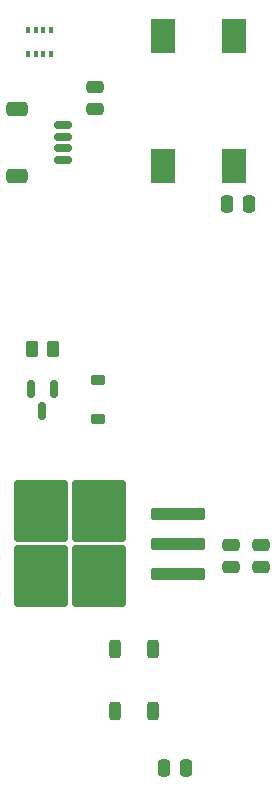
<source format=gbr>
%TF.GenerationSoftware,KiCad,Pcbnew,9.0.0*%
%TF.CreationDate,2025-04-11T18:51:10-05:00*%
%TF.ProjectId,ptSolar-Breakout,7074536f-6c61-4722-9d42-7265616b6f75,rev?*%
%TF.SameCoordinates,Original*%
%TF.FileFunction,Paste,Top*%
%TF.FilePolarity,Positive*%
%FSLAX46Y46*%
G04 Gerber Fmt 4.6, Leading zero omitted, Abs format (unit mm)*
G04 Created by KiCad (PCBNEW 9.0.0) date 2025-04-11 18:51:10*
%MOMM*%
%LPD*%
G01*
G04 APERTURE LIST*
G04 Aperture macros list*
%AMRoundRect*
0 Rectangle with rounded corners*
0 $1 Rounding radius*
0 $2 $3 $4 $5 $6 $7 $8 $9 X,Y pos of 4 corners*
0 Add a 4 corners polygon primitive as box body*
4,1,4,$2,$3,$4,$5,$6,$7,$8,$9,$2,$3,0*
0 Add four circle primitives for the rounded corners*
1,1,$1+$1,$2,$3*
1,1,$1+$1,$4,$5*
1,1,$1+$1,$6,$7*
1,1,$1+$1,$8,$9*
0 Add four rect primitives between the rounded corners*
20,1,$1+$1,$2,$3,$4,$5,0*
20,1,$1+$1,$4,$5,$6,$7,0*
20,1,$1+$1,$6,$7,$8,$9,0*
20,1,$1+$1,$8,$9,$2,$3,0*%
G04 Aperture macros list end*
%ADD10RoundRect,0.150000X-0.625000X0.150000X-0.625000X-0.150000X0.625000X-0.150000X0.625000X0.150000X0*%
%ADD11RoundRect,0.250000X-0.650000X0.350000X-0.650000X-0.350000X0.650000X-0.350000X0.650000X0.350000X0*%
%ADD12RoundRect,0.250000X-0.250000X-0.475000X0.250000X-0.475000X0.250000X0.475000X-0.250000X0.475000X0*%
%ADD13RoundRect,0.250000X0.475000X-0.250000X0.475000X0.250000X-0.475000X0.250000X-0.475000X-0.250000X0*%
%ADD14RoundRect,0.250000X0.250000X0.475000X-0.250000X0.475000X-0.250000X-0.475000X0.250000X-0.475000X0*%
%ADD15RoundRect,0.225000X-0.375000X0.225000X-0.375000X-0.225000X0.375000X-0.225000X0.375000X0.225000X0*%
%ADD16RoundRect,0.150000X-0.150000X0.587500X-0.150000X-0.587500X0.150000X-0.587500X0.150000X0.587500X0*%
%ADD17RoundRect,0.250000X2.050000X0.300000X-2.050000X0.300000X-2.050000X-0.300000X2.050000X-0.300000X0*%
%ADD18RoundRect,0.250000X2.025000X2.375000X-2.025000X2.375000X-2.025000X-2.375000X2.025000X-2.375000X0*%
%ADD19R,0.350000X0.500000*%
%ADD20RoundRect,0.250000X-0.250000X0.525000X-0.250000X-0.525000X0.250000X-0.525000X0.250000X0.525000X0*%
%ADD21RoundRect,0.250000X-0.475000X0.250000X-0.475000X-0.250000X0.475000X-0.250000X0.475000X0.250000X0*%
%ADD22R,2.000000X3.000000*%
%ADD23RoundRect,0.250000X-0.262500X-0.450000X0.262500X-0.450000X0.262500X0.450000X-0.262500X0.450000X0*%
G04 APERTURE END LIST*
D10*
%TO.C,J4*%
X148500000Y-78000000D03*
X148500000Y-79000000D03*
X148500000Y-80000000D03*
X148500000Y-81000000D03*
D11*
X144625000Y-76700000D03*
X144625000Y-82300000D03*
%TD*%
D12*
%TO.C,C1*%
X162350000Y-84750000D03*
X164250000Y-84750000D03*
%TD*%
D13*
%TO.C,C5*%
X151250000Y-76700000D03*
X151250000Y-74800000D03*
%TD*%
D14*
%TO.C,C3*%
X158950000Y-132500000D03*
X157050000Y-132500000D03*
%TD*%
D15*
%TO.C,D1*%
X151500000Y-99600000D03*
X151500000Y-102900000D03*
%TD*%
D16*
%TO.C,Q1*%
X147700000Y-100375000D03*
X145800000Y-100375000D03*
X146750000Y-102250000D03*
%TD*%
D17*
%TO.C,U1*%
X158250000Y-116000000D03*
X158250000Y-113460000D03*
D18*
X151525000Y-116235000D03*
X151525000Y-110685000D03*
X146675000Y-116235000D03*
X146675000Y-110685000D03*
D17*
X158250000Y-110920000D03*
%TD*%
D19*
%TO.C,U2*%
X147475000Y-72025000D03*
X146825000Y-72025000D03*
X146175000Y-72025000D03*
X145525000Y-72025000D03*
X145525000Y-69975000D03*
X146175000Y-69975000D03*
X146825000Y-69975000D03*
X147475000Y-69975000D03*
%TD*%
D20*
%TO.C,SW1*%
X156100000Y-122375000D03*
X156100000Y-127625000D03*
X152900000Y-122375000D03*
X152900000Y-127625000D03*
%TD*%
D21*
%TO.C,C4*%
X162750000Y-113550000D03*
X162750000Y-115450000D03*
%TD*%
D22*
%TO.C,J6*%
X163000000Y-81500000D03*
X157000000Y-81500000D03*
X157000000Y-70500000D03*
X163000000Y-70500000D03*
%TD*%
D21*
%TO.C,C2*%
X165250000Y-113550000D03*
X165250000Y-115450000D03*
%TD*%
D23*
%TO.C,R1*%
X145837500Y-97000000D03*
X147662500Y-97000000D03*
%TD*%
M02*

</source>
